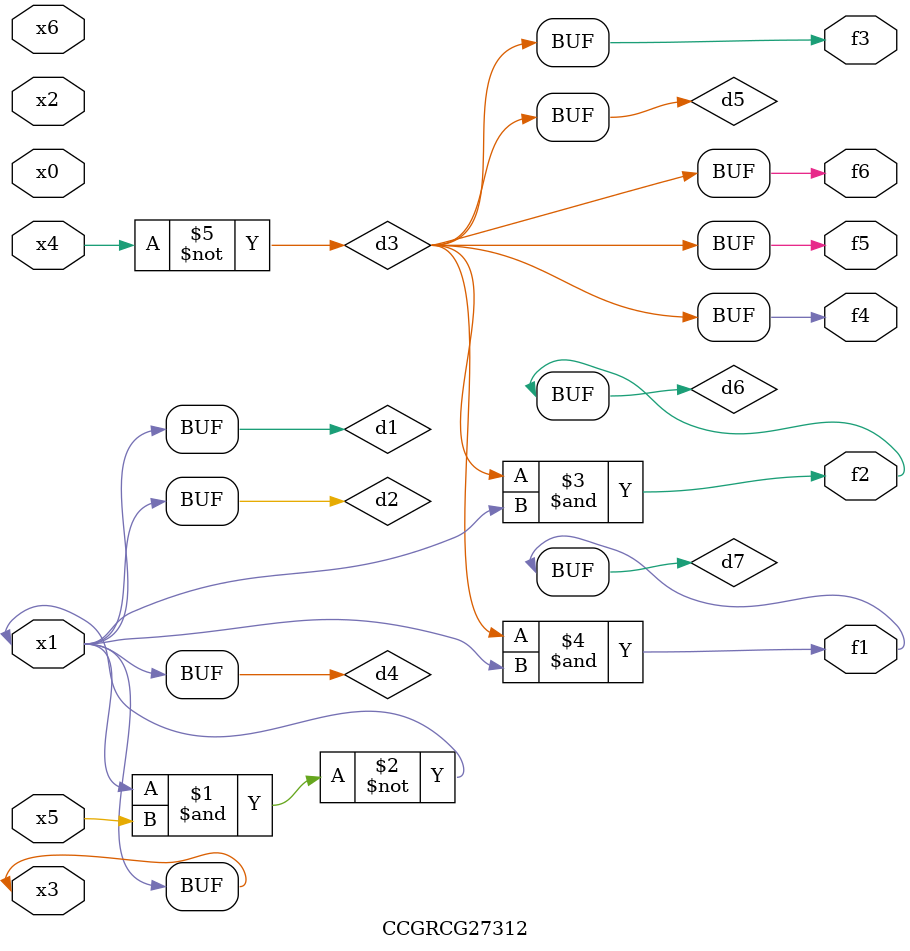
<source format=v>
module CCGRCG27312(
	input x0, x1, x2, x3, x4, x5, x6,
	output f1, f2, f3, f4, f5, f6
);

	wire d1, d2, d3, d4, d5, d6, d7;

	buf (d1, x1, x3);
	nand (d2, x1, x5);
	not (d3, x4);
	buf (d4, d1, d2);
	buf (d5, d3);
	and (d6, d3, d4);
	and (d7, d3, d4);
	assign f1 = d7;
	assign f2 = d6;
	assign f3 = d5;
	assign f4 = d5;
	assign f5 = d5;
	assign f6 = d5;
endmodule

</source>
